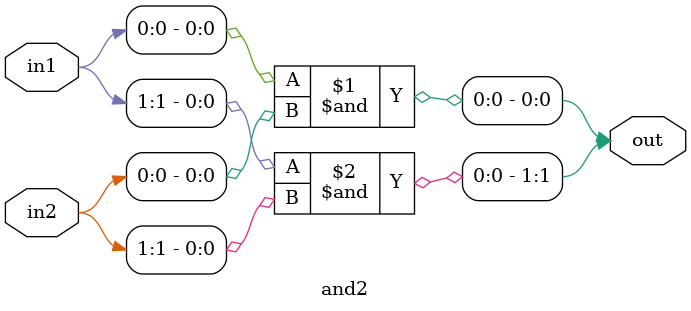
<source format=v>
module and2 (in1,in2,out);
input  [1:0] in1,in2;
output [1:0] out;

and(out[0], in1[0],in2[0]);
and(out[1], in1[1],in2[1]);
endmodule

</source>
